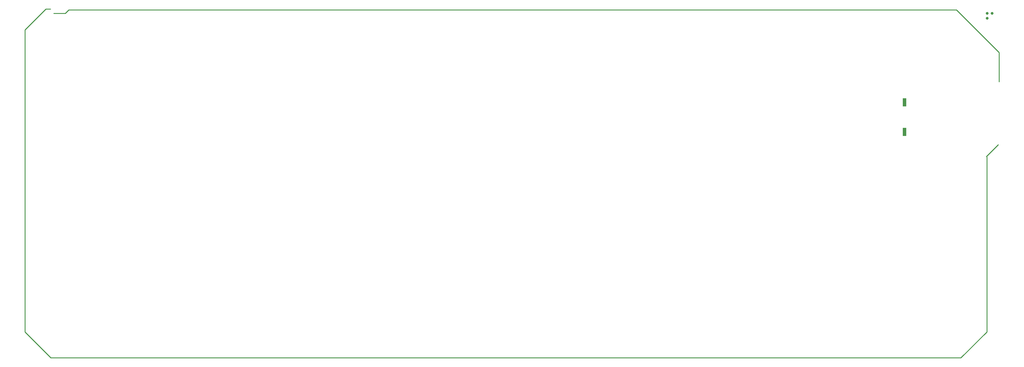
<source format=gbr>
%TF.GenerationSoftware,KiCad,Pcbnew,(5.1.7)-1*%
%TF.CreationDate,2020-10-05T00:15:49-07:00*%
%TF.ProjectId,r65,7236352e-6b69-4636-9164-5f7063625858,rev?*%
%TF.SameCoordinates,Original*%
%TF.FileFunction,Copper,L1,Top*%
%TF.FilePolarity,Positive*%
%FSLAX46Y46*%
G04 Gerber Fmt 4.6, Leading zero omitted, Abs format (unit mm)*
G04 Created by KiCad (PCBNEW (5.1.7)-1) date 2020-10-05 00:15:49*
%MOMM*%
%LPD*%
G01*
G04 APERTURE LIST*
%TA.AperFunction,SMDPad,CuDef*%
%ADD10R,1.120000X2.440000*%
%TD*%
%TA.AperFunction,ViaPad*%
%ADD11C,0.800000*%
%TD*%
%TA.AperFunction,Conductor*%
%ADD12C,0.250000*%
%TD*%
G04 APERTURE END LIST*
D10*
%TO.P,REF\u002A\u002A,2*%
%TO.N,N/C*%
X459750160Y-91416840D03*
%TO.P,REF\u002A\u002A,1*%
X459750160Y-82806840D03*
%TD*%
D11*
%TO.N,*%
X483859840Y-58226960D03*
X483905560Y-56784240D03*
X485348280Y-56784240D03*
%TD*%
D12*
%TO.N,*%
X211648040Y-56784240D02*
X211333080Y-56784240D01*
X215717120Y-55808880D02*
X214741760Y-56784240D01*
X214741760Y-56784240D02*
X211648040Y-56784240D01*
X474947334Y-55808880D02*
X215717120Y-55808880D01*
X487390440Y-68251986D02*
X474947334Y-55808880D01*
X487390440Y-76819760D02*
X487390440Y-68251986D01*
X209031155Y-55575200D02*
X210464400Y-55575200D01*
X476234454Y-157429200D02*
X210485546Y-157429200D01*
X483785010Y-149878644D02*
X476234454Y-157429200D01*
X483656640Y-98607880D02*
X483785010Y-98736250D01*
X210485546Y-157429200D02*
X202934990Y-149878644D01*
X483785010Y-98736250D02*
X483785010Y-149878644D01*
X486037498Y-96227022D02*
X483656640Y-98607880D01*
X202934990Y-61671365D02*
X209031155Y-55575200D01*
X486042578Y-96227022D02*
X486037498Y-96227022D01*
X202934990Y-149878644D02*
X202934990Y-61671365D01*
X487121200Y-95148400D02*
X486042578Y-96227022D01*
%TD*%
M02*

</source>
